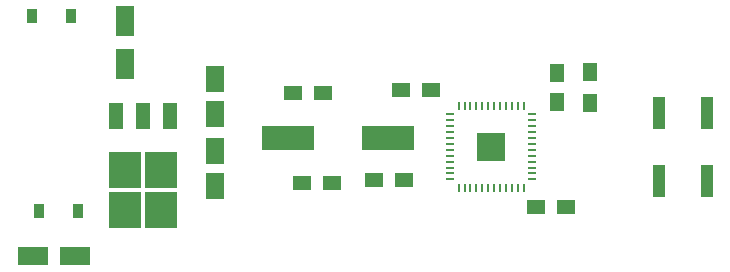
<source format=gbr>
G04 #@! TF.GenerationSoftware,KiCad,Pcbnew,(5.1.4)-1*
G04 #@! TF.CreationDate,2020-02-13T17:10:55+00:00*
G04 #@! TF.ProjectId,STM32L152_Dev_Board,53544d33-324c-4313-9532-5f4465765f42,rev?*
G04 #@! TF.SameCoordinates,Original*
G04 #@! TF.FileFunction,Paste,Top*
G04 #@! TF.FilePolarity,Positive*
%FSLAX46Y46*%
G04 Gerber Fmt 4.6, Leading zero omitted, Abs format (unit mm)*
G04 Created by KiCad (PCBNEW (5.1.4)-1) date 2020-02-13 17:10:55*
%MOMM*%
%LPD*%
G04 APERTURE LIST*
%ADD10R,1.500000X1.250000*%
%ADD11R,0.700000X0.250000*%
%ADD12R,0.250000X0.700000*%
%ADD13R,2.400000X2.400000*%
%ADD14R,4.500000X2.000000*%
%ADD15R,1.600000X2.200000*%
%ADD16R,1.000000X2.750000*%
%ADD17R,1.250000X1.500000*%
%ADD18R,1.600000X2.600000*%
%ADD19R,2.600000X1.600000*%
%ADD20R,0.900000X1.200000*%
%ADD21R,1.300000X1.500000*%
%ADD22R,2.750000X3.050000*%
%ADD23R,1.200000X2.200000*%
G04 APERTURE END LIST*
D10*
X178542000Y-134874000D03*
X176042000Y-134874000D03*
D11*
X180192000Y-136901750D03*
X180192000Y-137401750D03*
X180192000Y-137901750D03*
X180192000Y-138401750D03*
X180192000Y-138901750D03*
X180192000Y-139401750D03*
X180192000Y-139901750D03*
X180192000Y-140401750D03*
X180192000Y-140901750D03*
X180192000Y-141401750D03*
X180192000Y-141901750D03*
X180192000Y-142401750D03*
D12*
X180892000Y-143101750D03*
X181392000Y-143101750D03*
X181892000Y-143101750D03*
X182392000Y-143101750D03*
X182892000Y-143101750D03*
X183392000Y-143101750D03*
X183892000Y-143101750D03*
X184392000Y-143101750D03*
X184892000Y-143101750D03*
X185392000Y-143101750D03*
X185892000Y-143101750D03*
X186392000Y-143101750D03*
D11*
X187092000Y-142401750D03*
X187092000Y-141901750D03*
X187092000Y-141401750D03*
X187092000Y-140901750D03*
X187092000Y-140401750D03*
X187092000Y-139901750D03*
X187092000Y-139401750D03*
X187092000Y-138901750D03*
X187092000Y-138401750D03*
X187092000Y-137901750D03*
X187092000Y-137401750D03*
X187092000Y-136901750D03*
D12*
X186392000Y-136201750D03*
X185892000Y-136201750D03*
X185392000Y-136201750D03*
X184892000Y-136201750D03*
X184392000Y-136201750D03*
X183892000Y-136201750D03*
X183392000Y-136201750D03*
X182892000Y-136201750D03*
X182392000Y-136201750D03*
X181892000Y-136201750D03*
X181392000Y-136201750D03*
X180892000Y-136201750D03*
D13*
X183642000Y-139651750D03*
D14*
X166438000Y-138938000D03*
X174938000Y-138938000D03*
D15*
X160274000Y-139978000D03*
X160274000Y-142978000D03*
X160274000Y-136882000D03*
X160274000Y-133882000D03*
D16*
X201898000Y-142580000D03*
X201898000Y-136820000D03*
X197898000Y-136820000D03*
X197898000Y-142580000D03*
D17*
X189230000Y-135870000D03*
X189230000Y-133370000D03*
D10*
X166898000Y-135128000D03*
X169398000Y-135128000D03*
X167660000Y-142748000D03*
X170160000Y-142748000D03*
X189972000Y-144780000D03*
X187472000Y-144780000D03*
X176256000Y-142494000D03*
X173756000Y-142494000D03*
D18*
X152679400Y-129010000D03*
X152679400Y-132610000D03*
D19*
X144834200Y-148894800D03*
X148434200Y-148894800D03*
D20*
X148106400Y-128600200D03*
X144806400Y-128600200D03*
X148690600Y-145059400D03*
X145390600Y-145059400D03*
D21*
X192024000Y-133270000D03*
X192024000Y-135970000D03*
D22*
X152653000Y-141649000D03*
X155703000Y-144999000D03*
X155703000Y-141649000D03*
X152653000Y-144999000D03*
D23*
X151898000Y-137024000D03*
X154178000Y-137024000D03*
X156458000Y-137024000D03*
M02*

</source>
